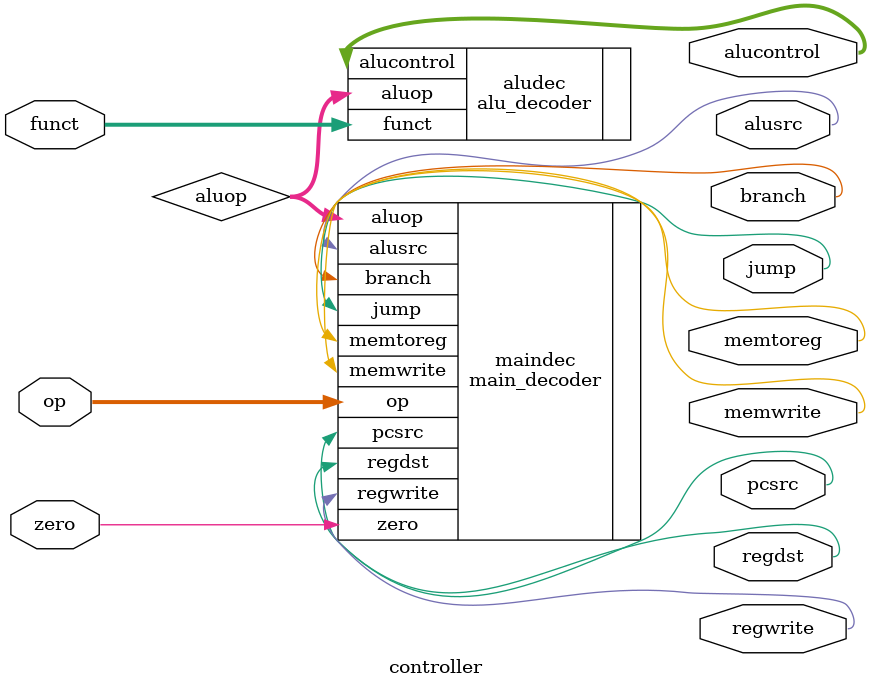
<source format=v>
`timescale 1ns / 1ps

//需要实现 add、and、sub、or、slt、beq、j、lw、sw、addi 
module controller(
	input [5:0]  op,
	input [5:0]  funct,
	input		 zero,
	output 		 memtoreg, memwrite, pcsrc, alusrc, regdst, regwrite, jump, branch,
	output [2:0] alucontrol
    );

	wire [1:0] aluop;
	main_decoder maindec(.op(op),
						 .zero(zero),
						 .memtoreg(memtoreg), 
						 .memwrite(memwrite), 
						 .pcsrc(pcsrc), 
						 .alusrc(alusrc), 
						 .regdst(regdst), 
						 .regwrite(regwrite), 
						 .jump(jump), 
						 .branch(branch), 
						 .aluop(aluop)
						 );

	alu_decoder aludec(.funct(funct),
					   .aluop(aluop),
					   .alucontrol(alucontrol)
					   );

endmodule

</source>
